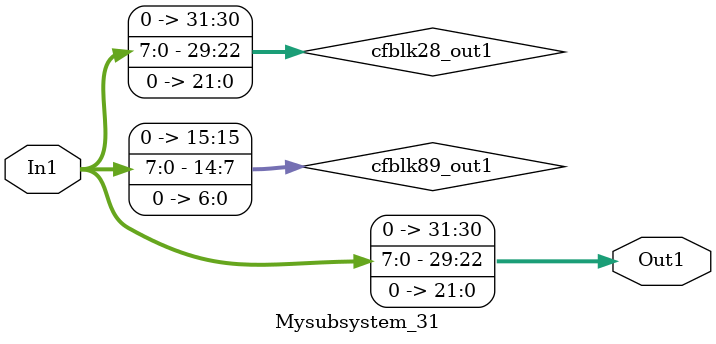
<source format=v>



`timescale 1 ns / 1 ns

module Mysubsystem_31
          (In1,
           Out1);


  input   [7:0] In1;  // uint8
  output  [31:0] Out1;  // ufix32_En22


  wire [15:0] cfblk89_out1;  // ufix16_En7
  wire [31:0] cfblk28_out1;  // ufix32_En22


  assign cfblk89_out1 = {1'b0, {In1, 7'b0000000}};



  assign cfblk28_out1 = {1'b0, {cfblk89_out1, 15'b000000000000000}};



  assign Out1 = cfblk28_out1;

endmodule  // Mysubsystem_31


</source>
